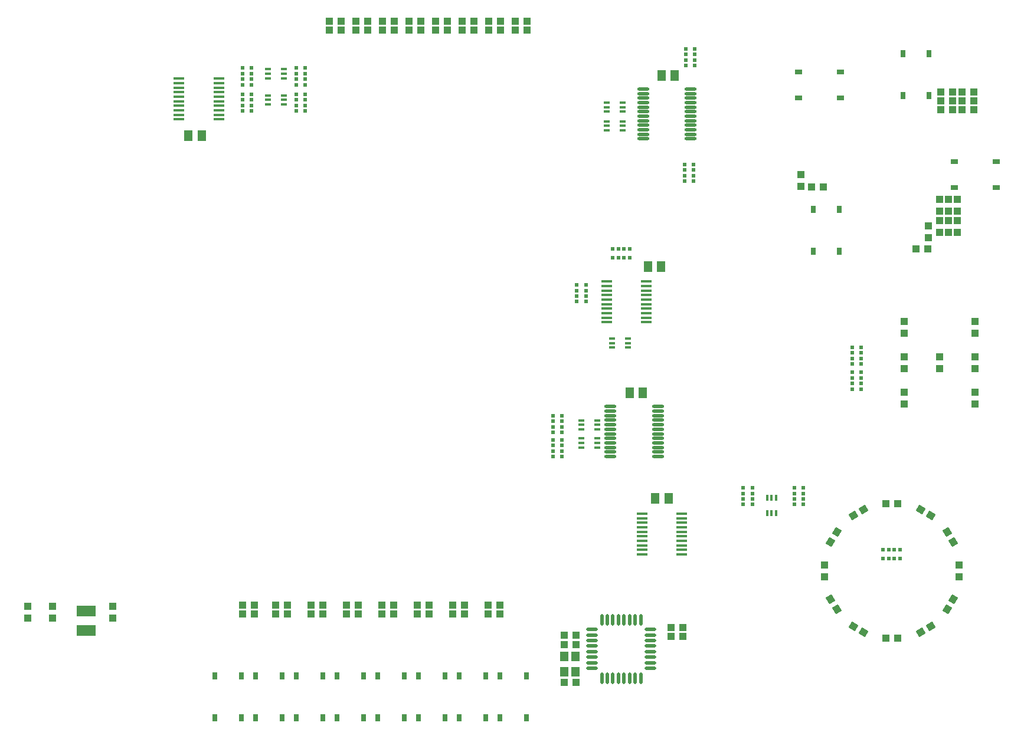
<source format=gtp>
G04*
G04 #@! TF.GenerationSoftware,Altium Limited,Altium Designer,18.1.6 (161)*
G04*
G04 Layer_Color=8421504*
%FSLAX25Y25*%
%MOIN*%
G70*
G01*
G75*
%ADD20O,0.07087X0.01772*%
%ADD21R,0.02362X0.02362*%
%ADD22R,0.02362X0.02362*%
%ADD23R,0.06299X0.01575*%
G04:AMPARAMS|DCode=24|XSize=15.75mil|YSize=33.47mil|CornerRadius=3.94mil|HoleSize=0mil|Usage=FLASHONLY|Rotation=180.000|XOffset=0mil|YOffset=0mil|HoleType=Round|Shape=RoundedRectangle|*
%AMROUNDEDRECTD24*
21,1,0.01575,0.02559,0,0,180.0*
21,1,0.00787,0.03347,0,0,180.0*
1,1,0.00787,-0.00394,0.01280*
1,1,0.00787,0.00394,0.01280*
1,1,0.00787,0.00394,-0.01280*
1,1,0.00787,-0.00394,-0.01280*
%
%ADD24ROUNDEDRECTD24*%
%ADD25R,0.05118X0.05906*%
G04:AMPARAMS|DCode=26|XSize=43.31mil|YSize=39.37mil|CornerRadius=0mil|HoleSize=0mil|Usage=FLASHONLY|Rotation=150.000|XOffset=0mil|YOffset=0mil|HoleType=Round|Shape=Rectangle|*
%AMROTATEDRECTD26*
4,1,4,0.02859,0.00622,0.00891,-0.02788,-0.02859,-0.00622,-0.00891,0.02788,0.02859,0.00622,0.0*
%
%ADD26ROTATEDRECTD26*%

G04:AMPARAMS|DCode=27|XSize=43.31mil|YSize=39.37mil|CornerRadius=0mil|HoleSize=0mil|Usage=FLASHONLY|Rotation=120.000|XOffset=0mil|YOffset=0mil|HoleType=Round|Shape=Rectangle|*
%AMROTATEDRECTD27*
4,1,4,0.02788,-0.00891,-0.00622,-0.02859,-0.02788,0.00891,0.00622,0.02859,0.02788,-0.00891,0.0*
%
%ADD27ROTATEDRECTD27*%

%ADD28R,0.03937X0.04331*%
G04:AMPARAMS|DCode=29|XSize=43.31mil|YSize=39.37mil|CornerRadius=0mil|HoleSize=0mil|Usage=FLASHONLY|Rotation=60.000|XOffset=0mil|YOffset=0mil|HoleType=Round|Shape=Rectangle|*
%AMROTATEDRECTD29*
4,1,4,0.00622,-0.02859,-0.02788,-0.00891,-0.00622,0.02859,0.02788,0.00891,0.00622,-0.02859,0.0*
%
%ADD29ROTATEDRECTD29*%

G04:AMPARAMS|DCode=30|XSize=43.31mil|YSize=39.37mil|CornerRadius=0mil|HoleSize=0mil|Usage=FLASHONLY|Rotation=30.000|XOffset=0mil|YOffset=0mil|HoleType=Round|Shape=Rectangle|*
%AMROTATEDRECTD30*
4,1,4,-0.00891,-0.02788,-0.02859,0.00622,0.00891,0.02788,0.02859,-0.00622,-0.00891,-0.02788,0.0*
%
%ADD30ROTATEDRECTD30*%

%ADD31R,0.04331X0.03937*%
%ADD32R,0.10630X0.06299*%
G04:AMPARAMS|DCode=33|XSize=15.75mil|YSize=33.47mil|CornerRadius=3.94mil|HoleSize=0mil|Usage=FLASHONLY|Rotation=270.000|XOffset=0mil|YOffset=0mil|HoleType=Round|Shape=RoundedRectangle|*
%AMROUNDEDRECTD33*
21,1,0.01575,0.02559,0,0,270.0*
21,1,0.00787,0.03347,0,0,270.0*
1,1,0.00787,-0.01280,-0.00394*
1,1,0.00787,-0.01280,0.00394*
1,1,0.00787,0.01280,0.00394*
1,1,0.00787,0.01280,-0.00394*
%
%ADD33ROUNDEDRECTD33*%
%ADD34O,0.02165X0.06496*%
%ADD35O,0.06496X0.02165*%
%ADD36R,0.03000X0.04000*%
%ADD37R,0.04000X0.03000*%
%ADD38R,0.04724X0.05512*%
D20*
X484014Y288775D02*
D03*
Y286216D02*
D03*
X484014Y283657D02*
D03*
Y281098D02*
D03*
Y278539D02*
D03*
Y275979D02*
D03*
Y273421D02*
D03*
Y270861D02*
D03*
Y268302D02*
D03*
Y265743D02*
D03*
Y263184D02*
D03*
Y260625D02*
D03*
X510786Y288775D02*
D03*
Y286216D02*
D03*
Y283657D02*
D03*
Y281098D02*
D03*
Y278539D02*
D03*
Y275979D02*
D03*
Y273421D02*
D03*
Y270861D02*
D03*
X510786Y268302D02*
D03*
Y265743D02*
D03*
X510786Y263184D02*
D03*
Y260625D02*
D03*
X502614Y468269D02*
D03*
Y465709D02*
D03*
Y463151D02*
D03*
Y460591D02*
D03*
Y458032D02*
D03*
Y455473D02*
D03*
Y452914D02*
D03*
Y450355D02*
D03*
Y447796D02*
D03*
Y445237D02*
D03*
Y442678D02*
D03*
Y440119D02*
D03*
X529386Y468269D02*
D03*
Y465709D02*
D03*
Y463151D02*
D03*
Y460591D02*
D03*
Y458032D02*
D03*
Y455473D02*
D03*
Y452914D02*
D03*
Y450355D02*
D03*
Y447796D02*
D03*
Y445237D02*
D03*
Y442678D02*
D03*
Y440119D02*
D03*
D21*
X638000Y208000D02*
D03*
X641150D02*
D03*
X644299D02*
D03*
X647449D02*
D03*
Y202882D02*
D03*
X644299D02*
D03*
X641150D02*
D03*
X638000D02*
D03*
X485331Y372882D02*
D03*
X488481D02*
D03*
X491630D02*
D03*
X494780D02*
D03*
Y378000D02*
D03*
X491630D02*
D03*
X488481D02*
D03*
X485331D02*
D03*
D22*
X593000Y242899D02*
D03*
X593000Y239750D02*
D03*
Y236600D02*
D03*
X593000Y233450D02*
D03*
X587882Y233450D02*
D03*
Y236600D02*
D03*
X587882Y239750D02*
D03*
X587882Y242899D02*
D03*
X559000Y233450D02*
D03*
Y236600D02*
D03*
Y239750D02*
D03*
Y242899D02*
D03*
X564118D02*
D03*
Y239750D02*
D03*
Y236600D02*
D03*
Y233450D02*
D03*
X620441Y308138D02*
D03*
Y304988D02*
D03*
Y301839D02*
D03*
Y298689D02*
D03*
X625559D02*
D03*
Y301839D02*
D03*
Y304988D02*
D03*
Y308138D02*
D03*
X620459Y322287D02*
D03*
Y319138D02*
D03*
Y315988D02*
D03*
Y312839D02*
D03*
X625577D02*
D03*
Y315988D02*
D03*
Y319138D02*
D03*
Y322287D02*
D03*
X465000Y357547D02*
D03*
Y354398D02*
D03*
Y351248D02*
D03*
Y348098D02*
D03*
X470118D02*
D03*
Y351248D02*
D03*
Y354398D02*
D03*
Y357547D02*
D03*
X531618Y481550D02*
D03*
Y484700D02*
D03*
Y487850D02*
D03*
Y490999D02*
D03*
X526500D02*
D03*
Y487850D02*
D03*
Y484700D02*
D03*
Y481550D02*
D03*
X531000Y416201D02*
D03*
Y419350D02*
D03*
Y422500D02*
D03*
Y425650D02*
D03*
X525882D02*
D03*
Y422500D02*
D03*
Y419350D02*
D03*
Y416201D02*
D03*
X306618Y465339D02*
D03*
Y462189D02*
D03*
Y459039D02*
D03*
Y455890D02*
D03*
X311736D02*
D03*
Y459039D02*
D03*
Y462189D02*
D03*
Y465339D02*
D03*
X281390Y470689D02*
D03*
Y473839D02*
D03*
Y476988D02*
D03*
Y480138D02*
D03*
X276272D02*
D03*
Y476988D02*
D03*
Y473839D02*
D03*
Y470689D02*
D03*
X281390Y455890D02*
D03*
Y459039D02*
D03*
Y462189D02*
D03*
Y465339D02*
D03*
X276272D02*
D03*
Y462189D02*
D03*
Y459039D02*
D03*
Y455890D02*
D03*
X306618Y480138D02*
D03*
Y476988D02*
D03*
Y473839D02*
D03*
Y470689D02*
D03*
X311736D02*
D03*
Y473839D02*
D03*
Y476988D02*
D03*
Y480138D02*
D03*
X456622Y274272D02*
D03*
Y277421D02*
D03*
Y280571D02*
D03*
Y283720D02*
D03*
X451504D02*
D03*
Y280571D02*
D03*
Y277421D02*
D03*
Y274272D02*
D03*
X456622Y260539D02*
D03*
Y263689D02*
D03*
Y266839D02*
D03*
Y269988D02*
D03*
X451504D02*
D03*
Y266839D02*
D03*
Y263689D02*
D03*
Y260539D02*
D03*
D23*
X501780Y228248D02*
D03*
Y225689D02*
D03*
Y223130D02*
D03*
Y220571D02*
D03*
Y218012D02*
D03*
X501780Y215453D02*
D03*
X501780Y212894D02*
D03*
Y210334D02*
D03*
Y207775D02*
D03*
Y205216D02*
D03*
X524221Y228248D02*
D03*
Y225689D02*
D03*
Y223130D02*
D03*
Y220571D02*
D03*
Y218012D02*
D03*
Y215453D02*
D03*
Y212893D02*
D03*
Y210334D02*
D03*
Y207775D02*
D03*
Y205216D02*
D03*
X504220Y336484D02*
D03*
Y339043D02*
D03*
Y341602D02*
D03*
Y344161D02*
D03*
Y346721D02*
D03*
Y349279D02*
D03*
Y351839D02*
D03*
Y354398D02*
D03*
Y356957D02*
D03*
Y359516D02*
D03*
X481779Y336484D02*
D03*
Y339043D02*
D03*
Y341602D02*
D03*
Y344161D02*
D03*
Y346721D02*
D03*
Y349279D02*
D03*
Y351839D02*
D03*
Y354398D02*
D03*
Y356957D02*
D03*
Y359516D02*
D03*
X262839Y451173D02*
D03*
Y453732D02*
D03*
Y456291D02*
D03*
Y458850D02*
D03*
Y461410D02*
D03*
Y463969D02*
D03*
Y466528D02*
D03*
Y469087D02*
D03*
Y471646D02*
D03*
Y474205D02*
D03*
X240398Y451173D02*
D03*
Y453732D02*
D03*
Y456291D02*
D03*
Y458850D02*
D03*
Y461410D02*
D03*
Y463969D02*
D03*
Y466528D02*
D03*
Y469087D02*
D03*
Y471646D02*
D03*
Y474205D02*
D03*
D24*
X572441Y237429D02*
D03*
X575000D02*
D03*
X577559D02*
D03*
Y228571D02*
D03*
X575000D02*
D03*
X572441D02*
D03*
D25*
X516840Y236900D02*
D03*
X509360D02*
D03*
X253193Y442000D02*
D03*
X245713D02*
D03*
X505260Y368000D02*
D03*
X512740D02*
D03*
X512760Y476000D02*
D03*
X520240D02*
D03*
X494878Y296689D02*
D03*
X502358D02*
D03*
D26*
X664898Y227236D02*
D03*
X659102Y230582D02*
D03*
X621102Y164764D02*
D03*
X626898Y161418D02*
D03*
D27*
X677582Y212102D02*
D03*
X674236Y217898D02*
D03*
X608418Y179898D02*
D03*
X611764Y174102D02*
D03*
D28*
X681000Y192654D02*
D03*
Y199346D02*
D03*
X605000Y199346D02*
D03*
X605000Y192654D02*
D03*
X203000Y169374D02*
D03*
Y176067D02*
D03*
X169000Y169374D02*
D03*
Y176067D02*
D03*
X155000Y169374D02*
D03*
Y176067D02*
D03*
X650000Y310154D02*
D03*
Y316846D02*
D03*
Y296847D02*
D03*
Y290154D02*
D03*
X690000Y296847D02*
D03*
Y290154D02*
D03*
Y316846D02*
D03*
Y310154D02*
D03*
X650000Y330153D02*
D03*
Y336846D02*
D03*
X690000Y330153D02*
D03*
Y336846D02*
D03*
X670000Y316846D02*
D03*
Y310154D02*
D03*
X675000Y405847D02*
D03*
Y399154D02*
D03*
X670000Y405847D02*
D03*
Y399154D02*
D03*
X680000D02*
D03*
Y405847D02*
D03*
X663500Y384154D02*
D03*
Y390846D02*
D03*
X591500Y419846D02*
D03*
Y413154D02*
D03*
X680000Y387154D02*
D03*
Y393847D02*
D03*
X675000Y387154D02*
D03*
Y393847D02*
D03*
X670000Y387154D02*
D03*
Y393847D02*
D03*
D29*
X674236Y174102D02*
D03*
X677582Y179898D02*
D03*
X611764Y217898D02*
D03*
X608418Y212102D02*
D03*
D30*
X659102Y161418D02*
D03*
X664898Y164764D02*
D03*
X626898Y230582D02*
D03*
X621102Y227236D02*
D03*
D31*
X639653Y158000D02*
D03*
X646347Y158000D02*
D03*
X646347Y234000D02*
D03*
X639653D02*
D03*
X677347Y461500D02*
D03*
X670653D02*
D03*
X414894Y171689D02*
D03*
X421587D02*
D03*
X401587D02*
D03*
X394894D02*
D03*
X374894D02*
D03*
X381587D02*
D03*
X341587D02*
D03*
X334894D02*
D03*
X314894D02*
D03*
X321587D02*
D03*
X301587D02*
D03*
X294894D02*
D03*
X430272Y506689D02*
D03*
X436965D02*
D03*
X421965D02*
D03*
X415272D02*
D03*
X400272D02*
D03*
X406965D02*
D03*
X391965D02*
D03*
X385272D02*
D03*
X370272D02*
D03*
X376965D02*
D03*
X361965D02*
D03*
X355272D02*
D03*
X340272D02*
D03*
X346965D02*
D03*
X331965D02*
D03*
X325272D02*
D03*
X276272Y171689D02*
D03*
X282965D02*
D03*
X361587D02*
D03*
X354894D02*
D03*
X677347Y456500D02*
D03*
X670653D02*
D03*
Y466500D02*
D03*
X677347D02*
D03*
X604347Y413000D02*
D03*
X597653D02*
D03*
X689347Y466500D02*
D03*
X682654D02*
D03*
X689347Y461500D02*
D03*
X682654D02*
D03*
X689347Y456500D02*
D03*
X682654D02*
D03*
X656653Y378000D02*
D03*
X663346D02*
D03*
X282965Y176689D02*
D03*
X276272D02*
D03*
X301587D02*
D03*
X294894D02*
D03*
X321587Y176622D02*
D03*
X314894D02*
D03*
X341587Y176689D02*
D03*
X334894D02*
D03*
X361587D02*
D03*
X354894D02*
D03*
X381587D02*
D03*
X374894D02*
D03*
X401587D02*
D03*
X394894D02*
D03*
X421587D02*
D03*
X414894D02*
D03*
X457772Y159555D02*
D03*
X464465D02*
D03*
X325272Y501689D02*
D03*
X331965D02*
D03*
X340272D02*
D03*
X346965D02*
D03*
X355272D02*
D03*
X361965D02*
D03*
X370272D02*
D03*
X376965D02*
D03*
X385272D02*
D03*
X391965D02*
D03*
X400272D02*
D03*
X406965D02*
D03*
X415272D02*
D03*
X421965D02*
D03*
X430272D02*
D03*
X436965D02*
D03*
X518272Y163878D02*
D03*
X524965D02*
D03*
X518272Y158878D02*
D03*
X524965D02*
D03*
X457772Y132878D02*
D03*
X464465D02*
D03*
X464465Y154378D02*
D03*
X457772D02*
D03*
D32*
X188000Y162209D02*
D03*
Y173232D02*
D03*
D33*
X493929Y322134D02*
D03*
Y324693D02*
D03*
Y327252D02*
D03*
X485071D02*
D03*
Y324693D02*
D03*
Y322134D02*
D03*
X490929Y460559D02*
D03*
Y458000D02*
D03*
Y455441D02*
D03*
X482071D02*
D03*
Y458000D02*
D03*
Y460559D02*
D03*
X490929Y450059D02*
D03*
Y447500D02*
D03*
Y444941D02*
D03*
X482071D02*
D03*
Y447500D02*
D03*
Y450059D02*
D03*
X476547Y270850D02*
D03*
Y268291D02*
D03*
Y265732D02*
D03*
X467689D02*
D03*
Y268291D02*
D03*
Y270850D02*
D03*
X476547Y281087D02*
D03*
Y278528D02*
D03*
Y275969D02*
D03*
X467689D02*
D03*
Y278528D02*
D03*
Y281087D02*
D03*
X299547Y464748D02*
D03*
Y462189D02*
D03*
Y459630D02*
D03*
X290689D02*
D03*
Y462189D02*
D03*
Y464748D02*
D03*
X299547Y479547D02*
D03*
Y476988D02*
D03*
Y474429D02*
D03*
X290689D02*
D03*
Y476988D02*
D03*
Y479547D02*
D03*
D34*
X479095Y168413D02*
D03*
X482244D02*
D03*
X485394D02*
D03*
X488543D02*
D03*
X491693D02*
D03*
X494843D02*
D03*
X497992D02*
D03*
X501142D02*
D03*
Y135343D02*
D03*
X497992D02*
D03*
X494843D02*
D03*
X491693D02*
D03*
X488543D02*
D03*
X485394D02*
D03*
X482244D02*
D03*
X479095D02*
D03*
D35*
X506654Y162902D02*
D03*
Y159752D02*
D03*
Y156602D02*
D03*
Y153453D02*
D03*
Y150303D02*
D03*
Y147154D02*
D03*
Y144004D02*
D03*
Y140854D02*
D03*
X473583D02*
D03*
Y144004D02*
D03*
Y147154D02*
D03*
Y150303D02*
D03*
Y153453D02*
D03*
Y156602D02*
D03*
Y159752D02*
D03*
Y162902D02*
D03*
D36*
X598618Y400311D02*
D03*
X613382D02*
D03*
Y376689D02*
D03*
X598618D02*
D03*
X663882Y488311D02*
D03*
X649118D02*
D03*
Y464689D02*
D03*
X663882D02*
D03*
X390500Y112878D02*
D03*
X375736D02*
D03*
Y136500D02*
D03*
X390500D02*
D03*
X367500D02*
D03*
X352736D02*
D03*
Y112878D02*
D03*
X367500D02*
D03*
X298500D02*
D03*
X283736D02*
D03*
Y136500D02*
D03*
X298500D02*
D03*
X275500D02*
D03*
X260736D02*
D03*
Y112878D02*
D03*
X275500D02*
D03*
X321500D02*
D03*
X306736D02*
D03*
Y136500D02*
D03*
X321500D02*
D03*
X344500D02*
D03*
X329736D02*
D03*
Y112878D02*
D03*
X344500D02*
D03*
X413500D02*
D03*
X398736D02*
D03*
Y136500D02*
D03*
X413500D02*
D03*
X436500D02*
D03*
X421736D02*
D03*
Y112878D02*
D03*
X436500D02*
D03*
D37*
X613811Y463118D02*
D03*
Y477882D02*
D03*
X590189D02*
D03*
Y463118D02*
D03*
X701811Y427382D02*
D03*
Y412618D02*
D03*
X678189D02*
D03*
Y427382D02*
D03*
D38*
X457969Y147709D02*
D03*
X464268D02*
D03*
Y139047D02*
D03*
X457969D02*
D03*
M02*

</source>
